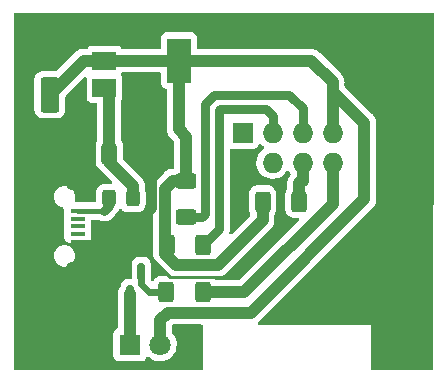
<source format=gtl>
%TF.GenerationSoftware,KiCad,Pcbnew,(6.0.7)*%
%TF.CreationDate,2022-09-15T17:21:33-05:00*%
%TF.ProjectId,starlightremote,73746172-6c69-4676-9874-72656d6f7465,rev?*%
%TF.SameCoordinates,Original*%
%TF.FileFunction,Copper,L1,Top*%
%TF.FilePolarity,Positive*%
%FSLAX46Y46*%
G04 Gerber Fmt 4.6, Leading zero omitted, Abs format (unit mm)*
G04 Created by KiCad (PCBNEW (6.0.7)) date 2022-09-15 17:21:33*
%MOMM*%
%LPD*%
G01*
G04 APERTURE LIST*
G04 Aperture macros list*
%AMRoundRect*
0 Rectangle with rounded corners*
0 $1 Rounding radius*
0 $2 $3 $4 $5 $6 $7 $8 $9 X,Y pos of 4 corners*
0 Add a 4 corners polygon primitive as box body*
4,1,4,$2,$3,$4,$5,$6,$7,$8,$9,$2,$3,0*
0 Add four circle primitives for the rounded corners*
1,1,$1+$1,$2,$3*
1,1,$1+$1,$4,$5*
1,1,$1+$1,$6,$7*
1,1,$1+$1,$8,$9*
0 Add four rect primitives between the rounded corners*
20,1,$1+$1,$2,$3,$4,$5,0*
20,1,$1+$1,$4,$5,$6,$7,0*
20,1,$1+$1,$6,$7,$8,$9,0*
20,1,$1+$1,$8,$9,$2,$3,0*%
G04 Aperture macros list end*
%TA.AperFunction,SMDPad,CuDef*%
%ADD10RoundRect,0.250000X-0.412500X-0.650000X0.412500X-0.650000X0.412500X0.650000X-0.412500X0.650000X0*%
%TD*%
%TA.AperFunction,SMDPad,CuDef*%
%ADD11RoundRect,0.250000X-0.550000X1.250000X-0.550000X-1.250000X0.550000X-1.250000X0.550000X1.250000X0*%
%TD*%
%TA.AperFunction,ComponentPad*%
%ADD12R,1.800000X1.800000*%
%TD*%
%TA.AperFunction,ComponentPad*%
%ADD13C,1.800000*%
%TD*%
%TA.AperFunction,SMDPad,CuDef*%
%ADD14RoundRect,0.250000X0.325000X0.450000X-0.325000X0.450000X-0.325000X-0.450000X0.325000X-0.450000X0*%
%TD*%
%TA.AperFunction,SMDPad,CuDef*%
%ADD15R,1.300000X0.450000*%
%TD*%
%TA.AperFunction,ComponentPad*%
%ADD16O,2.000000X1.450000*%
%TD*%
%TA.AperFunction,ComponentPad*%
%ADD17O,1.800000X1.150000*%
%TD*%
%TA.AperFunction,SMDPad,CuDef*%
%ADD18RoundRect,0.150000X-0.150000X0.587500X-0.150000X-0.587500X0.150000X-0.587500X0.150000X0.587500X0*%
%TD*%
%TA.AperFunction,SMDPad,CuDef*%
%ADD19RoundRect,0.250000X-0.400000X-0.625000X0.400000X-0.625000X0.400000X0.625000X-0.400000X0.625000X0*%
%TD*%
%TA.AperFunction,SMDPad,CuDef*%
%ADD20RoundRect,0.250000X-0.625000X0.400000X-0.625000X-0.400000X0.625000X-0.400000X0.625000X0.400000X0*%
%TD*%
%TA.AperFunction,SMDPad,CuDef*%
%ADD21R,2.000000X1.500000*%
%TD*%
%TA.AperFunction,SMDPad,CuDef*%
%ADD22R,2.000000X3.800000*%
%TD*%
%TA.AperFunction,ComponentPad*%
%ADD23C,4.400000*%
%TD*%
%TA.AperFunction,SMDPad,CuDef*%
%ADD24RoundRect,0.250000X0.400000X0.625000X-0.400000X0.625000X-0.400000X-0.625000X0.400000X-0.625000X0*%
%TD*%
%TA.AperFunction,ComponentPad*%
%ADD25R,1.727200X1.727200*%
%TD*%
%TA.AperFunction,ComponentPad*%
%ADD26O,1.727200X1.727200*%
%TD*%
%TA.AperFunction,Conductor*%
%ADD27C,0.250000*%
%TD*%
%TA.AperFunction,Conductor*%
%ADD28C,0.750000*%
%TD*%
%TA.AperFunction,Conductor*%
%ADD29C,0.450000*%
%TD*%
%TA.AperFunction,Conductor*%
%ADD30C,1.000000*%
%TD*%
%TA.AperFunction,Conductor*%
%ADD31C,0.600000*%
%TD*%
G04 APERTURE END LIST*
D10*
X98259500Y-84328000D03*
X101384500Y-84328000D03*
D11*
X93218000Y-79334000D03*
X93218000Y-83734000D03*
D12*
X100012500Y-100500000D03*
D13*
X102552500Y-100500000D03*
D14*
X100243750Y-88106250D03*
X98193750Y-88106250D03*
D15*
X95562500Y-89187500D03*
X95562500Y-89837500D03*
X95562500Y-90487500D03*
X95562500Y-91137500D03*
X95562500Y-91787500D03*
D16*
X95512500Y-94212500D03*
D17*
X91712500Y-94362500D03*
D16*
X95512500Y-86762500D03*
D17*
X91712500Y-86612500D03*
D18*
X100962500Y-94312500D03*
X99062500Y-94312500D03*
X100012500Y-96187500D03*
D19*
X103072000Y-96043750D03*
X106172000Y-96043750D03*
X103098000Y-92075000D03*
X106198000Y-92075000D03*
D20*
X104775000Y-86614000D03*
X104775000Y-89714000D03*
D21*
X97840000Y-74154000D03*
X97840000Y-76454000D03*
D22*
X104140000Y-76454000D03*
D21*
X97840000Y-78754000D03*
D23*
X92868750Y-100012500D03*
X92841250Y-74993500D03*
X123003750Y-74993500D03*
X123031250Y-100012500D03*
D24*
X114326000Y-88392000D03*
X111226000Y-88392000D03*
D25*
X109537500Y-82550000D03*
D26*
X109537500Y-85090000D03*
X112077500Y-82550000D03*
X112077500Y-85090000D03*
X114617500Y-82550000D03*
X114617500Y-85090000D03*
X117157500Y-82550000D03*
X117157500Y-85090000D03*
D27*
X112701000Y-90245000D02*
X108204000Y-94742000D01*
D28*
X100962500Y-91437500D02*
X100962500Y-89791500D01*
D27*
X91712500Y-94362500D02*
X91712500Y-86612500D01*
X91862500Y-86762500D02*
X91712500Y-86612500D01*
D29*
X95562500Y-91787500D02*
X95562500Y-94162500D01*
D27*
X112014000Y-86614000D02*
X112701000Y-87301000D01*
D28*
X100012500Y-90487500D02*
X100962500Y-91437500D01*
X101854000Y-84797500D02*
X101384500Y-84328000D01*
D27*
X91712500Y-94362500D02*
X95362500Y-94362500D01*
D29*
X95562500Y-94162500D02*
X95512500Y-94212500D01*
D28*
X100962500Y-89791500D02*
X101854000Y-88900000D01*
X97125000Y-91787500D02*
X98425000Y-90487500D01*
D29*
X95562500Y-91787500D02*
X97125000Y-91787500D01*
D27*
X95362500Y-94362500D02*
X95512500Y-94212500D01*
X103378000Y-94742000D02*
X100962500Y-92326500D01*
X108204000Y-94742000D02*
X103378000Y-94742000D01*
D28*
X101854000Y-88900000D02*
X101854000Y-84797500D01*
D27*
X100962500Y-92326500D02*
X100962500Y-91437500D01*
D28*
X98425000Y-90487500D02*
X100012500Y-90487500D01*
D27*
X112701000Y-87301000D02*
X112701000Y-90245000D01*
X109537500Y-85090000D02*
X111061500Y-86614000D01*
X95512500Y-86762500D02*
X91862500Y-86762500D01*
X111061500Y-86614000D02*
X112014000Y-86614000D01*
D30*
X100243750Y-87035750D02*
X98259500Y-85051500D01*
X98259500Y-79173500D02*
X97840000Y-78754000D01*
X98259500Y-84328000D02*
X98259500Y-79173500D01*
X100243750Y-88106250D02*
X100243750Y-87035750D01*
X98259500Y-85051500D02*
X98259500Y-84328000D01*
X104140000Y-76454000D02*
X115316000Y-76454000D01*
X115316000Y-76454000D02*
X117157500Y-78295500D01*
X96098000Y-76454000D02*
X93218000Y-79334000D01*
X104775000Y-86614000D02*
X104775000Y-82921000D01*
X102956250Y-92796250D02*
X103886000Y-93726000D01*
X102552500Y-98447500D02*
X102552500Y-100500000D01*
X117475000Y-79375000D02*
X119856250Y-81756250D01*
X104775000Y-86614000D02*
X103632000Y-86614000D01*
X102956250Y-87289750D02*
X102956250Y-92796250D01*
X104140000Y-82286000D02*
X104140000Y-76454000D01*
X104775000Y-82921000D02*
X104140000Y-82286000D01*
X111226000Y-89942000D02*
X111226000Y-88392000D01*
X107442000Y-93726000D02*
X111226000Y-89942000D01*
X110236000Y-97790000D02*
X103210000Y-97790000D01*
X119856250Y-81756250D02*
X119856250Y-88169750D01*
X103210000Y-97790000D02*
X102552500Y-98447500D01*
X97840000Y-76454000D02*
X104140000Y-76454000D01*
X97840000Y-76454000D02*
X96098000Y-76454000D01*
X103632000Y-86614000D02*
X102956250Y-87289750D01*
X103886000Y-93726000D02*
X107442000Y-93726000D01*
X117157500Y-78295500D02*
X117157500Y-82550000D01*
X119856250Y-88169750D02*
X110236000Y-97790000D01*
X100012500Y-100500000D02*
X100012500Y-96187500D01*
D29*
X95562500Y-89187500D02*
X97812500Y-89187500D01*
D28*
X97812500Y-89187500D02*
X98193750Y-88806250D01*
X98193750Y-88806250D02*
X98193750Y-88106250D01*
X107653310Y-80575010D02*
X107562510Y-80665810D01*
X112077500Y-81121250D02*
X111531260Y-80575010D01*
X107562510Y-80665810D02*
X107562510Y-90710490D01*
X112077500Y-82550000D02*
X112077500Y-81121250D01*
X107562510Y-90710490D02*
X106198000Y-92075000D01*
X111531260Y-80575010D02*
X107653310Y-80575010D01*
X106362500Y-80168750D02*
X106362500Y-89471500D01*
X107156250Y-79375000D02*
X106362500Y-80168750D01*
X106120000Y-89714000D02*
X104775000Y-89714000D01*
X114617500Y-80486250D02*
X113506250Y-79375000D01*
X106362500Y-89471500D02*
X106120000Y-89714000D01*
X113506250Y-79375000D02*
X107156250Y-79375000D01*
X114617500Y-82550000D02*
X114617500Y-80486250D01*
D30*
X106172000Y-96043750D02*
X109696250Y-96043750D01*
X109696250Y-96043750D02*
X117157500Y-88582500D01*
X117157500Y-88582500D02*
X117157500Y-85090000D01*
X114617500Y-85090000D02*
X114617500Y-86677500D01*
X114326000Y-86842000D02*
X114326000Y-88392000D01*
X114490500Y-86677500D02*
X114326000Y-86842000D01*
X114617500Y-86677500D02*
X114490500Y-86677500D01*
D31*
X100962500Y-94312500D02*
X100965000Y-94315000D01*
X100965000Y-95377000D02*
X101631750Y-96043750D01*
X100965000Y-94315000D02*
X100965000Y-95377000D01*
X101631750Y-96043750D02*
X103072000Y-96043750D01*
%TA.AperFunction,Conductor*%
G36*
X125670977Y-72410502D02*
G01*
X125717470Y-72464158D01*
X125728856Y-72516628D01*
X125725623Y-75704455D01*
X125699044Y-101911683D01*
X125698393Y-102553128D01*
X125678322Y-102621228D01*
X125624619Y-102667667D01*
X125572393Y-102679000D01*
X120522000Y-102679000D01*
X120453879Y-102658998D01*
X120407386Y-102605342D01*
X120396000Y-102553000D01*
X120396000Y-98806000D01*
X110939833Y-98806000D01*
X110871712Y-98785998D01*
X110825219Y-98732342D01*
X110815115Y-98662068D01*
X110844609Y-98597488D01*
X110860193Y-98582361D01*
X110868851Y-98575299D01*
X110869781Y-98574548D01*
X110908973Y-98543262D01*
X110911477Y-98540758D01*
X110912195Y-98540116D01*
X110916528Y-98536415D01*
X110950062Y-98509065D01*
X110966158Y-98489609D01*
X110979287Y-98473738D01*
X110987277Y-98464958D01*
X120525629Y-88926605D01*
X120535772Y-88917503D01*
X120537173Y-88916377D01*
X120565275Y-88893782D01*
X120597542Y-88855328D01*
X120600722Y-88851681D01*
X120602365Y-88849869D01*
X120604559Y-88847675D01*
X120631892Y-88814401D01*
X120632598Y-88813550D01*
X120659657Y-88781303D01*
X120692404Y-88742276D01*
X120694972Y-88737606D01*
X120698353Y-88733489D01*
X120742227Y-88651664D01*
X120742856Y-88650505D01*
X120784712Y-88574369D01*
X120784715Y-88574361D01*
X120787683Y-88568963D01*
X120789295Y-88563881D01*
X120791812Y-88559187D01*
X120819012Y-88470219D01*
X120819358Y-88469108D01*
X120845623Y-88386313D01*
X120847485Y-88380444D01*
X120848079Y-88375148D01*
X120849637Y-88370052D01*
X120859040Y-88277493D01*
X120859161Y-88276357D01*
X120864750Y-88226523D01*
X120864750Y-88222996D01*
X120864805Y-88222011D01*
X120865252Y-88216331D01*
X120869624Y-88173288D01*
X120865309Y-88127641D01*
X120864750Y-88115783D01*
X120864750Y-81818093D01*
X120865487Y-81804486D01*
X120868909Y-81772988D01*
X120868909Y-81772983D01*
X120869574Y-81766862D01*
X120865200Y-81716862D01*
X120864871Y-81712036D01*
X120864750Y-81709564D01*
X120864750Y-81706481D01*
X120862135Y-81679813D01*
X120860560Y-81663744D01*
X120860438Y-81662431D01*
X120856565Y-81618166D01*
X120852337Y-81569837D01*
X120850850Y-81564718D01*
X120850330Y-81559417D01*
X120823459Y-81470416D01*
X120823124Y-81469283D01*
X120798880Y-81385836D01*
X120798878Y-81385832D01*
X120797159Y-81379914D01*
X120794706Y-81375182D01*
X120793166Y-81370081D01*
X120772811Y-81331797D01*
X120749519Y-81287990D01*
X120748907Y-81286824D01*
X120708979Y-81209797D01*
X120706142Y-81204324D01*
X120702819Y-81200161D01*
X120700316Y-81195454D01*
X120641495Y-81123332D01*
X120640804Y-81122476D01*
X120609512Y-81083277D01*
X120607008Y-81080773D01*
X120606366Y-81080055D01*
X120602665Y-81075722D01*
X120575315Y-81042188D01*
X120539987Y-81012962D01*
X120531208Y-81004973D01*
X119370734Y-79844499D01*
X118202905Y-78676671D01*
X118168880Y-78614359D01*
X118166000Y-78587576D01*
X118166000Y-78357342D01*
X118166737Y-78343735D01*
X118170159Y-78312237D01*
X118170159Y-78312232D01*
X118170824Y-78306111D01*
X118166450Y-78256109D01*
X118166121Y-78251284D01*
X118166000Y-78248813D01*
X118166000Y-78245731D01*
X118161809Y-78202989D01*
X118161687Y-78201674D01*
X118154123Y-78115219D01*
X118153587Y-78109087D01*
X118152100Y-78103968D01*
X118151580Y-78098667D01*
X118124718Y-78009694D01*
X118124362Y-78008494D01*
X118108085Y-77952469D01*
X118098409Y-77919163D01*
X118095955Y-77914429D01*
X118094416Y-77909331D01*
X118091521Y-77903886D01*
X118050816Y-77827331D01*
X118050202Y-77826163D01*
X118010226Y-77749041D01*
X118010225Y-77749040D01*
X118007392Y-77743574D01*
X118004069Y-77739411D01*
X118001566Y-77734704D01*
X117942745Y-77662582D01*
X117942054Y-77661726D01*
X117910762Y-77622527D01*
X117908258Y-77620023D01*
X117907616Y-77619305D01*
X117903915Y-77614972D01*
X117876565Y-77581438D01*
X117841237Y-77552212D01*
X117832458Y-77544223D01*
X116072855Y-75784621D01*
X116063753Y-75774478D01*
X116043897Y-75749782D01*
X116040032Y-75744975D01*
X116001578Y-75712708D01*
X115997931Y-75709528D01*
X115996119Y-75707885D01*
X115993925Y-75705691D01*
X115960651Y-75678358D01*
X115959853Y-75677696D01*
X115888526Y-75617846D01*
X115883856Y-75615278D01*
X115879739Y-75611897D01*
X115797914Y-75568023D01*
X115796755Y-75567394D01*
X115720619Y-75525538D01*
X115720611Y-75525535D01*
X115715213Y-75522567D01*
X115710131Y-75520955D01*
X115705437Y-75518438D01*
X115616469Y-75491238D01*
X115615441Y-75490918D01*
X115526694Y-75462765D01*
X115521398Y-75462171D01*
X115516302Y-75460613D01*
X115423743Y-75451210D01*
X115422607Y-75451089D01*
X115388992Y-75447319D01*
X115376270Y-75445892D01*
X115376266Y-75445892D01*
X115372773Y-75445500D01*
X115369246Y-75445500D01*
X115368261Y-75445445D01*
X115362581Y-75444998D01*
X115333175Y-75442011D01*
X115325663Y-75441248D01*
X115325661Y-75441248D01*
X115319538Y-75440626D01*
X115277259Y-75444623D01*
X115273891Y-75444941D01*
X115262033Y-75445500D01*
X105774500Y-75445500D01*
X105706379Y-75425498D01*
X105659886Y-75371842D01*
X105648500Y-75319500D01*
X105648500Y-74505866D01*
X105641745Y-74443684D01*
X105590615Y-74307295D01*
X105503261Y-74190739D01*
X105386705Y-74103385D01*
X105250316Y-74052255D01*
X105188134Y-74045500D01*
X103091866Y-74045500D01*
X103029684Y-74052255D01*
X102893295Y-74103385D01*
X102776739Y-74190739D01*
X102689385Y-74307295D01*
X102638255Y-74443684D01*
X102631500Y-74505866D01*
X102631500Y-75319500D01*
X102611498Y-75387621D01*
X102557842Y-75434114D01*
X102505500Y-75445500D01*
X99344802Y-75445500D01*
X99276681Y-75425498D01*
X99243976Y-75395065D01*
X99208642Y-75347919D01*
X99203261Y-75340739D01*
X99086705Y-75253385D01*
X98950316Y-75202255D01*
X98888134Y-75195500D01*
X96791866Y-75195500D01*
X96729684Y-75202255D01*
X96593295Y-75253385D01*
X96476739Y-75340739D01*
X96471358Y-75347919D01*
X96436024Y-75395065D01*
X96379165Y-75437580D01*
X96335198Y-75445500D01*
X96159843Y-75445500D01*
X96146236Y-75444763D01*
X96114738Y-75441341D01*
X96114733Y-75441341D01*
X96108612Y-75440676D01*
X96082362Y-75442973D01*
X96058612Y-75445050D01*
X96053786Y-75445379D01*
X96051314Y-75445500D01*
X96048231Y-75445500D01*
X96036262Y-75446674D01*
X96005494Y-75449690D01*
X96004181Y-75449812D01*
X95959916Y-75453685D01*
X95911587Y-75457913D01*
X95906468Y-75459400D01*
X95901167Y-75459920D01*
X95812166Y-75486791D01*
X95811033Y-75487126D01*
X95727586Y-75511370D01*
X95727582Y-75511372D01*
X95721664Y-75513091D01*
X95716932Y-75515544D01*
X95711831Y-75517084D01*
X95706388Y-75519978D01*
X95629740Y-75560731D01*
X95628574Y-75561343D01*
X95551547Y-75601271D01*
X95546074Y-75604108D01*
X95541911Y-75607431D01*
X95537204Y-75609934D01*
X95465082Y-75668755D01*
X95464226Y-75669446D01*
X95425027Y-75700738D01*
X95422523Y-75703242D01*
X95421805Y-75703884D01*
X95417472Y-75707585D01*
X95383938Y-75734935D01*
X95380011Y-75739682D01*
X95380009Y-75739684D01*
X95354713Y-75770262D01*
X95346723Y-75779042D01*
X93837171Y-77288595D01*
X93774859Y-77322620D01*
X93748076Y-77325500D01*
X92617600Y-77325500D01*
X92614354Y-77325837D01*
X92614350Y-77325837D01*
X92518692Y-77335762D01*
X92518688Y-77335763D01*
X92511834Y-77336474D01*
X92505298Y-77338655D01*
X92505296Y-77338655D01*
X92373194Y-77382728D01*
X92344054Y-77392450D01*
X92193652Y-77485522D01*
X92068695Y-77610697D01*
X92064855Y-77616927D01*
X92064854Y-77616928D01*
X91986005Y-77744845D01*
X91975885Y-77761262D01*
X91973581Y-77768209D01*
X91923097Y-77920415D01*
X91920203Y-77929139D01*
X91919503Y-77935975D01*
X91919502Y-77935978D01*
X91917302Y-77957456D01*
X91909500Y-78033600D01*
X91909500Y-80634400D01*
X91909837Y-80637646D01*
X91909837Y-80637650D01*
X91916554Y-80702383D01*
X91920474Y-80740166D01*
X91922655Y-80746702D01*
X91922655Y-80746704D01*
X91966331Y-80877615D01*
X91976450Y-80907946D01*
X92069522Y-81058348D01*
X92194697Y-81183305D01*
X92200927Y-81187145D01*
X92200928Y-81187146D01*
X92338090Y-81271694D01*
X92345262Y-81276115D01*
X92425005Y-81302564D01*
X92506611Y-81329632D01*
X92506613Y-81329632D01*
X92513139Y-81331797D01*
X92519975Y-81332497D01*
X92519978Y-81332498D01*
X92563031Y-81336909D01*
X92617600Y-81342500D01*
X93818400Y-81342500D01*
X93821646Y-81342163D01*
X93821650Y-81342163D01*
X93917308Y-81332238D01*
X93917312Y-81332237D01*
X93924166Y-81331526D01*
X93930702Y-81329345D01*
X93930704Y-81329345D01*
X94062806Y-81285272D01*
X94091946Y-81275550D01*
X94242348Y-81182478D01*
X94367305Y-81057303D01*
X94417479Y-80975906D01*
X94456275Y-80912968D01*
X94456276Y-80912966D01*
X94460115Y-80906738D01*
X94506727Y-80766207D01*
X94513632Y-80745389D01*
X94513632Y-80745387D01*
X94515797Y-80738861D01*
X94520129Y-80696586D01*
X94526172Y-80637598D01*
X94526500Y-80634400D01*
X94526500Y-79503925D01*
X94546502Y-79435804D01*
X94563405Y-79414830D01*
X95339844Y-78638391D01*
X96116688Y-77861546D01*
X96179000Y-77827521D01*
X96249815Y-77832585D01*
X96306651Y-77875132D01*
X96331462Y-77941652D01*
X96331579Y-77955140D01*
X96331500Y-77955866D01*
X96331500Y-79552134D01*
X96338255Y-79614316D01*
X96389385Y-79750705D01*
X96476739Y-79867261D01*
X96593295Y-79954615D01*
X96729684Y-80005745D01*
X96791866Y-80012500D01*
X97125000Y-80012500D01*
X97193121Y-80032502D01*
X97239614Y-80086158D01*
X97251000Y-80138500D01*
X97251000Y-83163621D01*
X97232260Y-83229737D01*
X97154885Y-83355262D01*
X97099203Y-83523139D01*
X97088500Y-83627600D01*
X97088500Y-85028400D01*
X97088837Y-85031646D01*
X97088837Y-85031650D01*
X97090869Y-85051229D01*
X97099474Y-85134166D01*
X97155450Y-85301946D01*
X97248522Y-85452348D01*
X97373697Y-85577305D01*
X97379929Y-85581146D01*
X97379932Y-85581149D01*
X97382703Y-85582857D01*
X97385420Y-85585483D01*
X97385672Y-85585682D01*
X97385652Y-85585707D01*
X97414201Y-85613300D01*
X97415433Y-85612295D01*
X97430015Y-85630174D01*
X97474255Y-85684418D01*
X97474946Y-85685274D01*
X97506238Y-85724473D01*
X97508742Y-85726977D01*
X97509384Y-85727695D01*
X97513085Y-85732028D01*
X97540435Y-85765562D01*
X97545182Y-85769489D01*
X97545184Y-85769491D01*
X97575762Y-85794787D01*
X97584531Y-85802766D01*
X98464422Y-86682657D01*
X98498446Y-86744967D01*
X98493382Y-86815782D01*
X98450835Y-86872618D01*
X98384315Y-86897429D01*
X98375326Y-86897750D01*
X97818350Y-86897750D01*
X97815104Y-86898087D01*
X97815100Y-86898087D01*
X97719442Y-86908012D01*
X97719438Y-86908013D01*
X97712584Y-86908724D01*
X97706048Y-86910905D01*
X97706046Y-86910905D01*
X97609130Y-86943239D01*
X97544804Y-86964700D01*
X97394402Y-87057772D01*
X97389229Y-87062954D01*
X97372187Y-87080026D01*
X97269445Y-87182947D01*
X97265605Y-87189177D01*
X97265604Y-87189178D01*
X97185399Y-87319295D01*
X97176635Y-87333512D01*
X97120953Y-87501389D01*
X97110250Y-87605850D01*
X97110250Y-88328000D01*
X97090248Y-88396121D01*
X97036592Y-88442614D01*
X96984250Y-88454000D01*
X95439602Y-88454000D01*
X95371481Y-88433998D01*
X95324988Y-88380342D01*
X95314884Y-88310068D01*
X95319769Y-88289064D01*
X95341796Y-88221271D01*
X95356042Y-88177428D01*
X95361072Y-88129575D01*
X95375314Y-87994065D01*
X95376004Y-87987500D01*
X95356042Y-87797572D01*
X95297027Y-87615944D01*
X95201540Y-87450556D01*
X95190264Y-87438032D01*
X95078175Y-87313545D01*
X95078174Y-87313544D01*
X95073753Y-87308634D01*
X94974657Y-87236636D01*
X94924594Y-87200263D01*
X94924593Y-87200262D01*
X94919252Y-87196382D01*
X94913224Y-87193698D01*
X94913222Y-87193697D01*
X94750819Y-87121391D01*
X94750818Y-87121391D01*
X94744788Y-87118706D01*
X94645455Y-87097592D01*
X94564444Y-87080372D01*
X94564439Y-87080372D01*
X94557987Y-87079000D01*
X94367013Y-87079000D01*
X94360561Y-87080372D01*
X94360556Y-87080372D01*
X94279545Y-87097592D01*
X94180212Y-87118706D01*
X94174182Y-87121391D01*
X94174181Y-87121391D01*
X94011778Y-87193697D01*
X94011776Y-87193698D01*
X94005748Y-87196382D01*
X94000407Y-87200262D01*
X94000406Y-87200263D01*
X93950343Y-87236636D01*
X93851247Y-87308634D01*
X93846826Y-87313544D01*
X93846825Y-87313545D01*
X93734737Y-87438032D01*
X93723460Y-87450556D01*
X93627973Y-87615944D01*
X93568958Y-87797572D01*
X93548996Y-87987500D01*
X93549686Y-87994065D01*
X93563929Y-88129575D01*
X93568958Y-88177428D01*
X93627973Y-88359056D01*
X93631276Y-88364778D01*
X93631277Y-88364779D01*
X93665186Y-88423510D01*
X93723460Y-88524444D01*
X93727878Y-88529351D01*
X93727879Y-88529352D01*
X93830326Y-88643131D01*
X93851247Y-88666366D01*
X94005748Y-88778618D01*
X94011776Y-88781302D01*
X94011778Y-88781303D01*
X94155501Y-88845292D01*
X94180212Y-88856294D01*
X94297887Y-88881307D01*
X94304197Y-88882648D01*
X94366670Y-88916377D01*
X94400992Y-88978526D01*
X94404000Y-89005895D01*
X94404000Y-89460634D01*
X94404369Y-89464029D01*
X94404369Y-89464033D01*
X94408156Y-89498893D01*
X94408156Y-89526106D01*
X94404000Y-89564366D01*
X94404000Y-90110634D01*
X94404369Y-90114029D01*
X94404369Y-90114033D01*
X94408156Y-90148893D01*
X94408156Y-90176106D01*
X94404000Y-90214366D01*
X94404000Y-90760634D01*
X94404369Y-90764029D01*
X94404369Y-90764033D01*
X94408156Y-90798893D01*
X94408156Y-90826106D01*
X94404000Y-90864366D01*
X94404000Y-91410634D01*
X94410755Y-91472816D01*
X94461885Y-91609205D01*
X94549239Y-91725761D01*
X94665795Y-91813115D01*
X94802184Y-91864245D01*
X94864366Y-91871000D01*
X96260634Y-91871000D01*
X96322816Y-91864245D01*
X96459205Y-91813115D01*
X96575761Y-91725761D01*
X96663115Y-91609205D01*
X96714245Y-91472816D01*
X96721000Y-91410634D01*
X96721000Y-90864366D01*
X96716844Y-90826106D01*
X96716844Y-90798893D01*
X96720631Y-90764033D01*
X96720631Y-90764029D01*
X96721000Y-90760634D01*
X96721000Y-90214366D01*
X96716844Y-90176106D01*
X96716844Y-90148893D01*
X96720631Y-90114033D01*
X96720631Y-90114029D01*
X96721000Y-90110634D01*
X96721000Y-90047000D01*
X96741002Y-89978879D01*
X96794658Y-89932386D01*
X96847000Y-89921000D01*
X97282492Y-89921000D01*
X97351116Y-89941327D01*
X97409190Y-89979041D01*
X97415359Y-89981409D01*
X97576407Y-90043229D01*
X97576409Y-90043230D01*
X97582574Y-90045596D01*
X97609198Y-90049813D01*
X97704640Y-90064930D01*
X97766007Y-90074650D01*
X97772594Y-90074305D01*
X97772599Y-90074305D01*
X97944876Y-90065276D01*
X97944879Y-90065275D01*
X97951471Y-90064930D01*
X97957843Y-90063223D01*
X97957847Y-90063222D01*
X98124489Y-90018570D01*
X98124490Y-90018570D01*
X98130863Y-90016862D01*
X98296339Y-89932547D01*
X98399317Y-89849158D01*
X98401923Y-89847048D01*
X98401929Y-89847043D01*
X98404486Y-89844972D01*
X98762295Y-89487162D01*
X98777331Y-89474320D01*
X98788184Y-89466435D01*
X98832644Y-89417057D01*
X98837185Y-89412272D01*
X98851222Y-89398235D01*
X98863716Y-89382807D01*
X98867996Y-89377797D01*
X98908034Y-89333329D01*
X98908038Y-89333324D01*
X98912454Y-89328419D01*
X98919160Y-89316804D01*
X98930360Y-89300508D01*
X98934644Y-89295217D01*
X98938797Y-89290089D01*
X98968963Y-89230887D01*
X98972096Y-89225117D01*
X99002010Y-89173305D01*
X99002012Y-89173300D01*
X99005314Y-89167581D01*
X99008073Y-89159091D01*
X99009045Y-89157503D01*
X99010039Y-89155270D01*
X99010332Y-89155400D01*
X99038731Y-89109015D01*
X99112884Y-89034733D01*
X99118055Y-89029553D01*
X99120656Y-89025334D01*
X99177780Y-88984833D01*
X99248703Y-88981601D01*
X99310115Y-89017226D01*
X99316672Y-89024780D01*
X99320272Y-89030598D01*
X99325454Y-89035771D01*
X99353916Y-89064183D01*
X99445447Y-89155555D01*
X99451677Y-89159395D01*
X99451678Y-89159396D01*
X99588840Y-89243944D01*
X99596012Y-89248365D01*
X99675755Y-89274814D01*
X99757361Y-89301882D01*
X99757363Y-89301882D01*
X99763889Y-89304047D01*
X99770725Y-89304747D01*
X99770728Y-89304748D01*
X99813781Y-89309159D01*
X99868350Y-89314750D01*
X100619150Y-89314750D01*
X100622396Y-89314413D01*
X100622400Y-89314413D01*
X100718058Y-89304488D01*
X100718062Y-89304487D01*
X100724916Y-89303776D01*
X100731452Y-89301595D01*
X100731454Y-89301595D01*
X100863556Y-89257522D01*
X100892696Y-89247800D01*
X101043098Y-89154728D01*
X101168055Y-89029553D01*
X101199509Y-88978526D01*
X101257025Y-88885218D01*
X101257026Y-88885216D01*
X101260865Y-88878988D01*
X101287314Y-88799245D01*
X101314382Y-88717639D01*
X101314382Y-88717637D01*
X101316547Y-88711111D01*
X101327250Y-88606650D01*
X101327250Y-87605850D01*
X101316276Y-87500084D01*
X101260300Y-87332304D01*
X101261766Y-87331815D01*
X101252250Y-87289068D01*
X101252250Y-87097592D01*
X101252987Y-87083985D01*
X101256409Y-87052487D01*
X101256409Y-87052482D01*
X101257074Y-87046361D01*
X101254913Y-87021655D01*
X101252700Y-86996359D01*
X101252371Y-86991534D01*
X101252250Y-86989063D01*
X101252250Y-86985981D01*
X101248059Y-86943239D01*
X101247937Y-86941924D01*
X101244304Y-86900402D01*
X101239837Y-86849337D01*
X101238350Y-86844218D01*
X101237830Y-86838917D01*
X101235844Y-86832337D01*
X101210987Y-86750009D01*
X101210612Y-86748744D01*
X101206764Y-86735499D01*
X101184659Y-86659413D01*
X101182205Y-86654679D01*
X101180666Y-86649581D01*
X101176466Y-86641682D01*
X101137066Y-86567581D01*
X101136452Y-86566413D01*
X101096476Y-86489291D01*
X101096475Y-86489290D01*
X101093642Y-86483824D01*
X101090319Y-86479661D01*
X101087816Y-86474954D01*
X101028995Y-86402832D01*
X101028304Y-86401976D01*
X100997012Y-86362777D01*
X100994508Y-86360273D01*
X100993866Y-86359555D01*
X100990165Y-86355222D01*
X100962815Y-86321688D01*
X100927487Y-86292462D01*
X100918708Y-86284473D01*
X100193538Y-85559303D01*
X99467405Y-84833171D01*
X99433380Y-84770859D01*
X99430500Y-84744076D01*
X99430500Y-83627600D01*
X99423377Y-83558946D01*
X99420238Y-83528692D01*
X99420237Y-83528688D01*
X99419526Y-83521834D01*
X99363550Y-83354054D01*
X99286856Y-83230118D01*
X99268000Y-83163815D01*
X99268000Y-79821596D01*
X99283481Y-79761086D01*
X99285233Y-79757886D01*
X99290615Y-79750705D01*
X99341745Y-79614316D01*
X99348500Y-79552134D01*
X99348500Y-77955866D01*
X99341745Y-77893684D01*
X99290615Y-77757295D01*
X99232358Y-77679563D01*
X99207511Y-77613059D01*
X99222564Y-77543677D01*
X99232354Y-77528442D01*
X99243978Y-77512932D01*
X99300837Y-77470419D01*
X99344802Y-77462500D01*
X102505500Y-77462500D01*
X102573621Y-77482502D01*
X102620114Y-77536158D01*
X102631500Y-77588500D01*
X102631500Y-78402134D01*
X102638255Y-78464316D01*
X102689385Y-78600705D01*
X102776739Y-78717261D01*
X102893295Y-78804615D01*
X102901703Y-78807767D01*
X103022286Y-78852972D01*
X103022289Y-78852973D01*
X103029684Y-78855745D01*
X103035453Y-78856372D01*
X103096291Y-78891126D01*
X103129113Y-78954081D01*
X103131500Y-78978493D01*
X103131500Y-82224157D01*
X103130763Y-82237764D01*
X103126676Y-82275388D01*
X103127213Y-82281523D01*
X103131050Y-82325388D01*
X103131379Y-82330214D01*
X103131500Y-82332686D01*
X103131500Y-82335769D01*
X103131801Y-82338837D01*
X103135690Y-82378506D01*
X103135812Y-82379819D01*
X103143913Y-82472413D01*
X103145400Y-82477532D01*
X103145920Y-82482833D01*
X103172791Y-82571834D01*
X103173126Y-82572967D01*
X103185994Y-82617256D01*
X103199091Y-82662336D01*
X103201544Y-82667068D01*
X103203084Y-82672169D01*
X103205978Y-82677612D01*
X103246731Y-82754260D01*
X103247343Y-82755426D01*
X103290108Y-82837926D01*
X103293431Y-82842089D01*
X103295934Y-82846796D01*
X103354755Y-82918918D01*
X103355446Y-82919774D01*
X103386738Y-82958973D01*
X103389242Y-82961477D01*
X103389884Y-82962195D01*
X103393585Y-82966528D01*
X103420935Y-83000062D01*
X103455199Y-83028407D01*
X103456264Y-83029288D01*
X103465045Y-83037279D01*
X103729595Y-83301829D01*
X103763621Y-83364141D01*
X103766500Y-83390924D01*
X103766500Y-85475248D01*
X103746498Y-85543369D01*
X103692842Y-85589862D01*
X103642598Y-85600516D01*
X103642612Y-85600676D01*
X103641304Y-85600790D01*
X103641301Y-85600791D01*
X103616362Y-85602973D01*
X103592612Y-85605050D01*
X103587786Y-85605379D01*
X103585314Y-85605500D01*
X103582231Y-85605500D01*
X103570262Y-85606674D01*
X103539494Y-85609690D01*
X103538181Y-85609812D01*
X103493916Y-85613685D01*
X103445587Y-85617913D01*
X103440468Y-85619400D01*
X103435167Y-85619920D01*
X103346166Y-85646791D01*
X103345033Y-85647126D01*
X103261586Y-85671370D01*
X103261582Y-85671372D01*
X103255664Y-85673091D01*
X103250932Y-85675544D01*
X103245831Y-85677084D01*
X103240388Y-85679978D01*
X103163740Y-85720731D01*
X103162574Y-85721343D01*
X103141919Y-85732050D01*
X103080074Y-85764108D01*
X103075911Y-85767431D01*
X103071204Y-85769934D01*
X103066429Y-85773828D01*
X103066428Y-85773829D01*
X102999102Y-85828739D01*
X102998075Y-85829567D01*
X102961792Y-85858531D01*
X102961787Y-85858536D01*
X102959028Y-85860738D01*
X102956527Y-85863239D01*
X102955809Y-85863881D01*
X102951461Y-85867594D01*
X102917938Y-85894935D01*
X102914015Y-85899677D01*
X102914013Y-85899679D01*
X102888703Y-85930273D01*
X102880713Y-85939053D01*
X102286871Y-86532895D01*
X102276728Y-86541997D01*
X102247225Y-86565718D01*
X102243258Y-86570446D01*
X102214959Y-86604171D01*
X102211778Y-86607819D01*
X102210135Y-86609631D01*
X102207941Y-86611825D01*
X102180608Y-86645099D01*
X102179946Y-86645897D01*
X102120096Y-86717224D01*
X102117528Y-86721894D01*
X102114147Y-86726011D01*
X102103983Y-86744967D01*
X102070273Y-86807836D01*
X102069644Y-86808995D01*
X102027788Y-86885131D01*
X102027785Y-86885139D01*
X102024817Y-86890537D01*
X102023205Y-86895619D01*
X102020688Y-86900313D01*
X101993488Y-86989281D01*
X101993168Y-86990309D01*
X101965015Y-87079056D01*
X101964421Y-87084352D01*
X101962863Y-87089448D01*
X101953892Y-87177767D01*
X101953468Y-87181937D01*
X101953339Y-87183143D01*
X101947750Y-87232977D01*
X101947750Y-87236504D01*
X101947695Y-87237489D01*
X101947248Y-87243169D01*
X101942876Y-87286212D01*
X101944074Y-87298880D01*
X101947191Y-87331859D01*
X101947750Y-87343717D01*
X101947750Y-91312640D01*
X101947094Y-91325482D01*
X101939500Y-91399600D01*
X101939500Y-92750400D01*
X101939837Y-92753646D01*
X101939837Y-92753649D01*
X101942752Y-92781739D01*
X101942931Y-92785592D01*
X101942926Y-92785638D01*
X101942941Y-92785808D01*
X101947300Y-92835638D01*
X101947629Y-92840464D01*
X101947750Y-92842936D01*
X101947750Y-92846019D01*
X101948051Y-92849087D01*
X101951940Y-92888756D01*
X101952062Y-92890069D01*
X101960163Y-92982663D01*
X101961650Y-92987782D01*
X101962170Y-92993083D01*
X101989041Y-93082084D01*
X101989376Y-93083217D01*
X102000032Y-93119892D01*
X102015341Y-93172586D01*
X102017794Y-93177318D01*
X102019334Y-93182419D01*
X102022228Y-93187862D01*
X102062981Y-93264510D01*
X102063593Y-93265676D01*
X102090816Y-93318193D01*
X102106358Y-93348176D01*
X102109681Y-93352339D01*
X102112184Y-93357046D01*
X102171005Y-93429168D01*
X102171696Y-93430024D01*
X102202988Y-93469223D01*
X102205492Y-93471727D01*
X102206134Y-93472445D01*
X102209835Y-93476778D01*
X102237185Y-93510312D01*
X102272517Y-93539541D01*
X102281287Y-93547522D01*
X103129149Y-94395383D01*
X103138251Y-94405527D01*
X103161968Y-94435025D01*
X103166696Y-94438992D01*
X103170998Y-94443385D01*
X103169762Y-94444596D01*
X103204520Y-94496847D01*
X103205641Y-94567835D01*
X103168205Y-94628160D01*
X103104098Y-94658669D01*
X103084199Y-94660250D01*
X102621600Y-94660250D01*
X102618354Y-94660587D01*
X102618350Y-94660587D01*
X102522692Y-94670512D01*
X102522688Y-94670513D01*
X102515834Y-94671224D01*
X102509298Y-94673405D01*
X102509296Y-94673405D01*
X102449820Y-94693248D01*
X102348054Y-94727200D01*
X102197652Y-94820272D01*
X102072695Y-94945447D01*
X102068855Y-94951677D01*
X102068854Y-94951678D01*
X102006760Y-95052413D01*
X101953988Y-95099906D01*
X101883916Y-95111330D01*
X101818792Y-95083056D01*
X101779293Y-95024062D01*
X101773500Y-94986297D01*
X101773500Y-94324260D01*
X101773507Y-94322941D01*
X101774377Y-94239825D01*
X101774451Y-94232779D01*
X101772962Y-94225890D01*
X101772250Y-94218885D01*
X101772656Y-94218844D01*
X101771000Y-94203353D01*
X101771000Y-93658498D01*
X101768062Y-93621169D01*
X101735855Y-93510312D01*
X101723857Y-93469012D01*
X101723856Y-93469010D01*
X101721645Y-93461399D01*
X101662756Y-93361823D01*
X101640991Y-93325020D01*
X101640989Y-93325017D01*
X101636953Y-93318193D01*
X101519307Y-93200547D01*
X101512483Y-93196511D01*
X101512480Y-93196509D01*
X101382927Y-93119892D01*
X101382928Y-93119892D01*
X101376101Y-93115855D01*
X101368490Y-93113644D01*
X101368488Y-93113643D01*
X101316269Y-93098472D01*
X101216331Y-93069438D01*
X101209926Y-93068934D01*
X101209921Y-93068933D01*
X101181458Y-93066693D01*
X101181450Y-93066693D01*
X101179002Y-93066500D01*
X100745998Y-93066500D01*
X100743550Y-93066693D01*
X100743542Y-93066693D01*
X100715079Y-93068933D01*
X100715074Y-93068934D01*
X100708669Y-93069438D01*
X100608731Y-93098472D01*
X100556512Y-93113643D01*
X100556510Y-93113644D01*
X100548899Y-93115855D01*
X100542072Y-93119892D01*
X100542073Y-93119892D01*
X100412520Y-93196509D01*
X100412517Y-93196511D01*
X100405693Y-93200547D01*
X100288047Y-93318193D01*
X100284011Y-93325017D01*
X100284009Y-93325020D01*
X100262244Y-93361823D01*
X100203355Y-93461399D01*
X100201144Y-93469010D01*
X100201143Y-93469012D01*
X100189145Y-93510312D01*
X100156938Y-93621169D01*
X100154000Y-93658498D01*
X100154000Y-94303286D01*
X100153993Y-94304606D01*
X100153049Y-94394721D01*
X100153763Y-94398025D01*
X100154000Y-94402695D01*
X100154000Y-94815500D01*
X100133998Y-94883621D01*
X100080342Y-94930114D01*
X100028000Y-94941500D01*
X99795998Y-94941500D01*
X99793550Y-94941693D01*
X99793542Y-94941693D01*
X99765079Y-94943933D01*
X99765074Y-94943934D01*
X99758669Y-94944438D01*
X99658731Y-94973472D01*
X99606512Y-94988643D01*
X99606510Y-94988644D01*
X99598899Y-94990855D01*
X99592072Y-94994892D01*
X99592073Y-94994892D01*
X99462520Y-95071509D01*
X99462517Y-95071511D01*
X99455693Y-95075547D01*
X99338047Y-95193193D01*
X99334011Y-95200017D01*
X99334009Y-95200020D01*
X99327803Y-95210514D01*
X99253355Y-95336399D01*
X99251144Y-95344010D01*
X99251143Y-95344012D01*
X99244072Y-95368350D01*
X99206938Y-95496169D01*
X99204000Y-95533498D01*
X99204000Y-95536647D01*
X99203969Y-95536746D01*
X99203903Y-95538439D01*
X99203451Y-95538421D01*
X99181964Y-95607834D01*
X99180309Y-95610251D01*
X99176346Y-95614974D01*
X99081067Y-95788287D01*
X99021265Y-95976806D01*
X99004000Y-96130727D01*
X99004000Y-99010246D01*
X98983998Y-99078367D01*
X98930342Y-99124860D01*
X98922230Y-99128228D01*
X98876408Y-99145406D01*
X98865795Y-99149385D01*
X98749239Y-99236739D01*
X98661885Y-99353295D01*
X98610755Y-99489684D01*
X98604000Y-99551866D01*
X98604000Y-101448134D01*
X98610755Y-101510316D01*
X98661885Y-101646705D01*
X98749239Y-101763261D01*
X98865795Y-101850615D01*
X99002184Y-101901745D01*
X99064366Y-101908500D01*
X100960634Y-101908500D01*
X101022816Y-101901745D01*
X101159205Y-101850615D01*
X101275761Y-101763261D01*
X101363115Y-101646705D01*
X101387680Y-101581178D01*
X101430322Y-101524414D01*
X101496883Y-101499714D01*
X101566232Y-101514921D01*
X101586147Y-101528464D01*
X101651224Y-101582492D01*
X101741849Y-101657730D01*
X101941822Y-101774584D01*
X102158194Y-101857209D01*
X102163260Y-101858240D01*
X102163261Y-101858240D01*
X102216346Y-101869040D01*
X102385156Y-101903385D01*
X102514589Y-101908131D01*
X102611449Y-101911683D01*
X102611453Y-101911683D01*
X102616613Y-101911872D01*
X102621733Y-101911216D01*
X102621735Y-101911216D01*
X102695666Y-101901745D01*
X102846347Y-101882442D01*
X102851295Y-101880957D01*
X102851302Y-101880956D01*
X103063247Y-101817369D01*
X103068190Y-101815886D01*
X103148736Y-101776427D01*
X103271549Y-101716262D01*
X103271552Y-101716260D01*
X103276184Y-101713991D01*
X103464743Y-101579494D01*
X103628803Y-101416005D01*
X103763958Y-101227917D01*
X103866578Y-101020280D01*
X103933908Y-100798671D01*
X103964140Y-100569041D01*
X103965827Y-100500000D01*
X103959532Y-100423434D01*
X103947273Y-100274318D01*
X103947272Y-100274312D01*
X103946849Y-100269167D01*
X103890425Y-100044533D01*
X103798070Y-99832131D01*
X103672264Y-99637665D01*
X103647604Y-99610564D01*
X103593806Y-99551440D01*
X103562754Y-99487594D01*
X103561000Y-99466641D01*
X103561000Y-98924500D01*
X103581002Y-98856379D01*
X103634658Y-98809886D01*
X103687000Y-98798500D01*
X106046000Y-98798500D01*
X106114121Y-98818502D01*
X106160614Y-98872158D01*
X106172000Y-98924500D01*
X106172000Y-102553000D01*
X106151998Y-102621121D01*
X106098342Y-102667614D01*
X106046000Y-102679000D01*
X90328250Y-102679000D01*
X90260129Y-102658998D01*
X90213636Y-102605342D01*
X90202250Y-102553000D01*
X90202250Y-92987500D01*
X93548996Y-92987500D01*
X93549686Y-92994065D01*
X93567827Y-93166664D01*
X93568958Y-93177428D01*
X93627973Y-93359056D01*
X93723460Y-93524444D01*
X93727878Y-93529351D01*
X93727879Y-93529352D01*
X93804990Y-93614992D01*
X93851247Y-93666366D01*
X94005748Y-93778618D01*
X94011776Y-93781302D01*
X94011778Y-93781303D01*
X94174181Y-93853609D01*
X94180212Y-93856294D01*
X94273613Y-93876147D01*
X94360556Y-93894628D01*
X94360561Y-93894628D01*
X94367013Y-93896000D01*
X94557987Y-93896000D01*
X94564439Y-93894628D01*
X94564444Y-93894628D01*
X94651387Y-93876147D01*
X94744788Y-93856294D01*
X94750819Y-93853609D01*
X94913222Y-93781303D01*
X94913224Y-93781302D01*
X94919252Y-93778618D01*
X95073753Y-93666366D01*
X95120010Y-93614992D01*
X95197121Y-93529352D01*
X95197122Y-93529351D01*
X95201540Y-93524444D01*
X95297027Y-93359056D01*
X95356042Y-93177428D01*
X95357174Y-93166664D01*
X95375314Y-92994065D01*
X95376004Y-92987500D01*
X95365626Y-92888756D01*
X95356732Y-92804135D01*
X95356732Y-92804133D01*
X95356042Y-92797572D01*
X95297027Y-92615944D01*
X95201540Y-92450556D01*
X95073753Y-92308634D01*
X94919252Y-92196382D01*
X94913224Y-92193698D01*
X94913222Y-92193697D01*
X94750819Y-92121391D01*
X94750818Y-92121391D01*
X94744788Y-92118706D01*
X94651387Y-92098853D01*
X94564444Y-92080372D01*
X94564439Y-92080372D01*
X94557987Y-92079000D01*
X94367013Y-92079000D01*
X94360561Y-92080372D01*
X94360556Y-92080372D01*
X94273613Y-92098853D01*
X94180212Y-92118706D01*
X94174182Y-92121391D01*
X94174181Y-92121391D01*
X94011778Y-92193697D01*
X94011776Y-92193698D01*
X94005748Y-92196382D01*
X93851247Y-92308634D01*
X93723460Y-92450556D01*
X93627973Y-92615944D01*
X93568958Y-92797572D01*
X93568268Y-92804133D01*
X93568268Y-92804135D01*
X93559374Y-92888756D01*
X93548996Y-92987500D01*
X90202250Y-92987500D01*
X90202250Y-72516500D01*
X90222252Y-72448379D01*
X90275908Y-72401886D01*
X90328250Y-72390500D01*
X125602856Y-72390500D01*
X125670977Y-72410502D01*
G37*
%TD.AperFunction*%
%TA.AperFunction,Conductor*%
G36*
X111068265Y-83492688D02*
G01*
X111102931Y-83520676D01*
X111105065Y-83523139D01*
X111114202Y-83533687D01*
X111287799Y-83677810D01*
X111292251Y-83680412D01*
X111292256Y-83680415D01*
X111341569Y-83709231D01*
X111390292Y-83760870D01*
X111403363Y-83830653D01*
X111376631Y-83896425D01*
X111346095Y-83923783D01*
X111343835Y-83924960D01*
X111163405Y-84060430D01*
X111007524Y-84223550D01*
X110880378Y-84409940D01*
X110878204Y-84414624D01*
X110878202Y-84414627D01*
X110806902Y-84568231D01*
X110785381Y-84614593D01*
X110725085Y-84832013D01*
X110701109Y-85056362D01*
X110701406Y-85061514D01*
X110701406Y-85061518D01*
X110707118Y-85160578D01*
X110714097Y-85281614D01*
X110715234Y-85286660D01*
X110715235Y-85286666D01*
X110736484Y-85380952D01*
X110763700Y-85501720D01*
X110765642Y-85506502D01*
X110765643Y-85506506D01*
X110835309Y-85678072D01*
X110848586Y-85710769D01*
X110856984Y-85724473D01*
X110961443Y-85894935D01*
X110966475Y-85903147D01*
X111114202Y-86073687D01*
X111287799Y-86217810D01*
X111292251Y-86220412D01*
X111292256Y-86220415D01*
X111400540Y-86283691D01*
X111482603Y-86331645D01*
X111693384Y-86412134D01*
X111698452Y-86413165D01*
X111698455Y-86413166D01*
X111806904Y-86435230D01*
X111914481Y-86457117D01*
X111919656Y-86457307D01*
X111919658Y-86457307D01*
X112134792Y-86465196D01*
X112134796Y-86465196D01*
X112139956Y-86465385D01*
X112145076Y-86464729D01*
X112145078Y-86464729D01*
X112230032Y-86453846D01*
X112363753Y-86436716D01*
X112368702Y-86435231D01*
X112368708Y-86435230D01*
X112574913Y-86373365D01*
X112574912Y-86373365D01*
X112579863Y-86371880D01*
X112690338Y-86317759D01*
X112777831Y-86274897D01*
X112777836Y-86274894D01*
X112782482Y-86272618D01*
X112786692Y-86269615D01*
X112786697Y-86269612D01*
X112961955Y-86144601D01*
X112961959Y-86144597D01*
X112966167Y-86141596D01*
X113125987Y-85982333D01*
X113246870Y-85814107D01*
X113302864Y-85770459D01*
X113373568Y-85764013D01*
X113436532Y-85796816D01*
X113456625Y-85821799D01*
X113503774Y-85898741D01*
X113503779Y-85898748D01*
X113506475Y-85903147D01*
X113509855Y-85907049D01*
X113509856Y-85907050D01*
X113578237Y-85985991D01*
X113607720Y-86050577D01*
X113609000Y-86068489D01*
X113609000Y-86081151D01*
X113588998Y-86149272D01*
X113577669Y-86164056D01*
X113577691Y-86164075D01*
X113550358Y-86197349D01*
X113549696Y-86198147D01*
X113489846Y-86269474D01*
X113487278Y-86274144D01*
X113483897Y-86278261D01*
X113478311Y-86288679D01*
X113440023Y-86360086D01*
X113439394Y-86361245D01*
X113397538Y-86437381D01*
X113397535Y-86437389D01*
X113394567Y-86442787D01*
X113392955Y-86447869D01*
X113390438Y-86452563D01*
X113363238Y-86541531D01*
X113362918Y-86542559D01*
X113334765Y-86631306D01*
X113334171Y-86636602D01*
X113332613Y-86641698D01*
X113323875Y-86727724D01*
X113323218Y-86734187D01*
X113323089Y-86735393D01*
X113317500Y-86785227D01*
X113317500Y-86788754D01*
X113317445Y-86789739D01*
X113316998Y-86795419D01*
X113312626Y-86838462D01*
X113313206Y-86844593D01*
X113316941Y-86884109D01*
X113317500Y-86895967D01*
X113317500Y-87272900D01*
X113298760Y-87339016D01*
X113295862Y-87343717D01*
X113240081Y-87434211D01*
X113233885Y-87444262D01*
X113231581Y-87451209D01*
X113181350Y-87602652D01*
X113178203Y-87612139D01*
X113167500Y-87716600D01*
X113167500Y-89067400D01*
X113167837Y-89070646D01*
X113167837Y-89070650D01*
X113177243Y-89161299D01*
X113178474Y-89173166D01*
X113234450Y-89340946D01*
X113327522Y-89491348D01*
X113452697Y-89616305D01*
X113603262Y-89709115D01*
X113683005Y-89735564D01*
X113764611Y-89762632D01*
X113764613Y-89762632D01*
X113771139Y-89764797D01*
X113777975Y-89765497D01*
X113777978Y-89765498D01*
X113821031Y-89769909D01*
X113875600Y-89775500D01*
X114234075Y-89775500D01*
X114302196Y-89795502D01*
X114348689Y-89849158D01*
X114358793Y-89919432D01*
X114329299Y-89984012D01*
X114323170Y-89990595D01*
X109315421Y-94998345D01*
X109253109Y-95032371D01*
X109226326Y-95035250D01*
X107296899Y-95035250D01*
X107228778Y-95015248D01*
X107189755Y-94975553D01*
X107170478Y-94944402D01*
X107165297Y-94939230D01*
X107164926Y-94938762D01*
X107138291Y-94872951D01*
X107151463Y-94803187D01*
X107200262Y-94751620D01*
X107263674Y-94734500D01*
X107380157Y-94734500D01*
X107393764Y-94735237D01*
X107425262Y-94738659D01*
X107425267Y-94738659D01*
X107431388Y-94739324D01*
X107457638Y-94737027D01*
X107481388Y-94734950D01*
X107486214Y-94734621D01*
X107488686Y-94734500D01*
X107491769Y-94734500D01*
X107503738Y-94733326D01*
X107534506Y-94730310D01*
X107535819Y-94730188D01*
X107580084Y-94726315D01*
X107628413Y-94722087D01*
X107633532Y-94720600D01*
X107638833Y-94720080D01*
X107727834Y-94693209D01*
X107728967Y-94692874D01*
X107812414Y-94668630D01*
X107812418Y-94668628D01*
X107818336Y-94666909D01*
X107823068Y-94664456D01*
X107828169Y-94662916D01*
X107833612Y-94660022D01*
X107910260Y-94619269D01*
X107911426Y-94618657D01*
X107988453Y-94578729D01*
X107993926Y-94575892D01*
X107998089Y-94572569D01*
X108002796Y-94570066D01*
X108074918Y-94511245D01*
X108075774Y-94510554D01*
X108114973Y-94479262D01*
X108117477Y-94476758D01*
X108118195Y-94476116D01*
X108122528Y-94472415D01*
X108156062Y-94445065D01*
X108185288Y-94409737D01*
X108193277Y-94400958D01*
X111895379Y-90698855D01*
X111905522Y-90689753D01*
X111930218Y-90669897D01*
X111935025Y-90666032D01*
X111967292Y-90627578D01*
X111970472Y-90623931D01*
X111972115Y-90622119D01*
X111974309Y-90619925D01*
X112001642Y-90586651D01*
X112002348Y-90585800D01*
X112002691Y-90585392D01*
X112062154Y-90514526D01*
X112064722Y-90509856D01*
X112068103Y-90505739D01*
X112111977Y-90423914D01*
X112112606Y-90422755D01*
X112154462Y-90346619D01*
X112154465Y-90346611D01*
X112157433Y-90341213D01*
X112159045Y-90336131D01*
X112161562Y-90331437D01*
X112188762Y-90242469D01*
X112189108Y-90241358D01*
X112196587Y-90217784D01*
X112217235Y-90152694D01*
X112217829Y-90147398D01*
X112219387Y-90142302D01*
X112228790Y-90049743D01*
X112228911Y-90048607D01*
X112234500Y-89998773D01*
X112234500Y-89995246D01*
X112234555Y-89994261D01*
X112235002Y-89988581D01*
X112239374Y-89945538D01*
X112235059Y-89899891D01*
X112234500Y-89888033D01*
X112234500Y-89511100D01*
X112253240Y-89444984D01*
X112314275Y-89345968D01*
X112314276Y-89345966D01*
X112318115Y-89339738D01*
X112373797Y-89171861D01*
X112375106Y-89159092D01*
X112384172Y-89070598D01*
X112384500Y-89067400D01*
X112384500Y-87716600D01*
X112384163Y-87713350D01*
X112374238Y-87617692D01*
X112374237Y-87617688D01*
X112373526Y-87610834D01*
X112370797Y-87602652D01*
X112319868Y-87450002D01*
X112317550Y-87443054D01*
X112224478Y-87292652D01*
X112099303Y-87167695D01*
X112086597Y-87159863D01*
X111954968Y-87078725D01*
X111954966Y-87078724D01*
X111948738Y-87074885D01*
X111788254Y-87021655D01*
X111787389Y-87021368D01*
X111787387Y-87021368D01*
X111780861Y-87019203D01*
X111774025Y-87018503D01*
X111774022Y-87018502D01*
X111730969Y-87014091D01*
X111676400Y-87008500D01*
X110775600Y-87008500D01*
X110772354Y-87008837D01*
X110772350Y-87008837D01*
X110676692Y-87018762D01*
X110676688Y-87018763D01*
X110669834Y-87019474D01*
X110663298Y-87021655D01*
X110663296Y-87021655D01*
X110589244Y-87046361D01*
X110502054Y-87075450D01*
X110351652Y-87168522D01*
X110346479Y-87173704D01*
X110337252Y-87182947D01*
X110226695Y-87293697D01*
X110222855Y-87299927D01*
X110222854Y-87299928D01*
X110140081Y-87434211D01*
X110133885Y-87444262D01*
X110131581Y-87451209D01*
X110081350Y-87602652D01*
X110078203Y-87612139D01*
X110067500Y-87716600D01*
X110067500Y-89067400D01*
X110067837Y-89070646D01*
X110067837Y-89070650D01*
X110077243Y-89161299D01*
X110078474Y-89173166D01*
X110134450Y-89340946D01*
X110178588Y-89412272D01*
X110183770Y-89420646D01*
X110202608Y-89489098D01*
X110181447Y-89556868D01*
X110165721Y-89576044D01*
X108606870Y-91134895D01*
X108544558Y-91168921D01*
X108473743Y-91163856D01*
X108416907Y-91121309D01*
X108392096Y-91054789D01*
X108396067Y-91013195D01*
X108409077Y-90964645D01*
X108410928Y-90958398D01*
X108431464Y-90895192D01*
X108432155Y-90888621D01*
X108432867Y-90881851D01*
X108436469Y-90862416D01*
X108438229Y-90855847D01*
X108438229Y-90855845D01*
X108439940Y-90849461D01*
X108443417Y-90783118D01*
X108443934Y-90776549D01*
X108446010Y-90756796D01*
X108446010Y-90736935D01*
X108446183Y-90730340D01*
X108449315Y-90670588D01*
X108449315Y-90670584D01*
X108449660Y-90663997D01*
X108447561Y-90650743D01*
X108446010Y-90631034D01*
X108446010Y-84043002D01*
X108466012Y-83974881D01*
X108519668Y-83928388D01*
X108585616Y-83917739D01*
X108622364Y-83921731D01*
X108622374Y-83921732D01*
X108625766Y-83922100D01*
X110449234Y-83922100D01*
X110511416Y-83915345D01*
X110647805Y-83864215D01*
X110764361Y-83776861D01*
X110851715Y-83660305D01*
X110865175Y-83624402D01*
X110889713Y-83558946D01*
X110932354Y-83502181D01*
X110998916Y-83477481D01*
X111068265Y-83492688D01*
G37*
%TD.AperFunction*%
M02*

</source>
